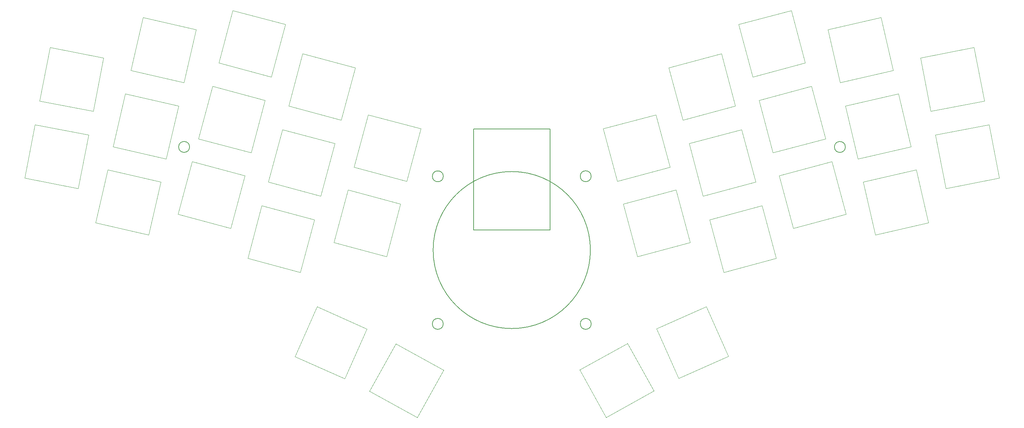
<source format=gbr>
G04 #@! TF.GenerationSoftware,KiCad,Pcbnew,7.0.2-0*
G04 #@! TF.CreationDate,2023-09-16T16:42:04+01:00*
G04 #@! TF.ProjectId,buteo-mx,62757465-6f2d-46d7-982e-6b696361645f,0.0.1*
G04 #@! TF.SameCoordinates,Original*
G04 #@! TF.FileFunction,Other,User*
%FSLAX46Y46*%
G04 Gerber Fmt 4.6, Leading zero omitted, Abs format (unit mm)*
G04 Created by KiCad (PCBNEW 7.0.2-0) date 2023-09-16 16:42:04*
%MOMM*%
%LPD*%
G01*
G04 APERTURE LIST*
%ADD10C,0.150000*%
%ADD11C,0.200000*%
%ADD12C,0.120000*%
G04 APERTURE END LIST*
D10*
X66215000Y-75810000D02*
G75*
G03*
X66215000Y-75810000I-1400000J0D01*
G01*
X234685000Y-75820000D02*
G75*
G03*
X234685000Y-75820000I-1400000J0D01*
G01*
D11*
X169189279Y-102349035D02*
G75*
G03*
X169189279Y-102349035I-20200000J0D01*
G01*
D10*
X169385001Y-83350001D02*
G75*
G03*
X169385001Y-83350001I-1400001J0D01*
G01*
X131385001Y-121349999D02*
G75*
G03*
X131385001Y-121349999I-1400001J0D01*
G01*
X139155000Y-71210000D02*
X158830000Y-71210000D01*
X158830000Y-97215000D01*
X139155000Y-97215000D01*
X139155000Y-71210000D01*
X131395000Y-83370000D02*
G75*
G03*
X131395000Y-83370000I-1400000J0D01*
G01*
X169395000Y-121350000D02*
G75*
G03*
X169395000Y-121350000I-1400000J0D01*
G01*
D12*
X72097277Y-60179898D02*
X85620238Y-63803365D01*
X85620238Y-63803365D02*
X81996771Y-77326326D01*
X81996771Y-77326326D02*
X68473810Y-73702859D01*
X68473810Y-73702859D02*
X72097277Y-60179898D01*
X207247367Y-44298424D02*
X220770328Y-40674957D01*
X220770328Y-40674957D02*
X224393795Y-54197918D01*
X224393795Y-54197918D02*
X210870834Y-57821385D01*
X210870834Y-57821385D02*
X207247367Y-44298424D01*
X66897244Y-79586701D02*
X80420205Y-83210168D01*
X80420205Y-83210168D02*
X76796738Y-96733129D01*
X76796738Y-96733129D02*
X63273777Y-93109662D01*
X63273777Y-93109662D02*
X66897244Y-79586701D01*
X212473704Y-63803365D02*
X225996665Y-60179898D01*
X225996665Y-60179898D02*
X229620132Y-73702859D01*
X229620132Y-73702859D02*
X216097171Y-77326326D01*
X216097171Y-77326326D02*
X212473704Y-63803365D01*
X95279878Y-51779149D02*
X108802839Y-55402616D01*
X108802839Y-55402616D02*
X105179372Y-68925577D01*
X105179372Y-68925577D02*
X91656411Y-65302110D01*
X91656411Y-65302110D02*
X95279878Y-51779149D01*
X112101413Y-67507058D02*
X125624374Y-71130525D01*
X125624374Y-71130525D02*
X122000907Y-84653486D01*
X122000907Y-84653486D02*
X108477946Y-81030019D01*
X108477946Y-81030019D02*
X112101413Y-67507058D01*
X230189108Y-45613606D02*
X243830289Y-42464291D01*
X243830289Y-42464291D02*
X246979604Y-56105472D01*
X246979604Y-56105472D02*
X233338423Y-59254787D01*
X233338423Y-59254787D02*
X230189108Y-45613606D01*
X257835829Y-72749782D02*
X271578609Y-70078456D01*
X271578609Y-70078456D02*
X274249935Y-83821236D01*
X274249935Y-83821236D02*
X260507155Y-86492562D01*
X260507155Y-86492562D02*
X257835829Y-72749782D01*
X177662032Y-90512792D02*
X191184993Y-86889325D01*
X191184993Y-86889325D02*
X194808460Y-100412286D01*
X194808460Y-100412286D02*
X181285499Y-104035753D01*
X181285499Y-104035753D02*
X177662032Y-90512792D01*
X189291101Y-55402616D02*
X202814062Y-51779149D01*
X202814062Y-51779149D02*
X206437529Y-65302110D01*
X206437529Y-65302110D02*
X192914568Y-68925577D01*
X192914568Y-68925577D02*
X189291101Y-55402616D01*
X77322615Y-40674962D02*
X90845576Y-44298429D01*
X90845576Y-44298429D02*
X87222109Y-57821390D01*
X87222109Y-57821390D02*
X73699148Y-54197923D01*
X73699148Y-54197923D02*
X77322615Y-40674962D01*
X234721525Y-65245660D02*
X248362706Y-62096345D01*
X248362706Y-62096345D02*
X251512021Y-75737526D01*
X251512021Y-75737526D02*
X237870840Y-78886841D01*
X237870840Y-78886841D02*
X234721525Y-65245660D01*
X194528565Y-74949093D02*
X208051526Y-71325626D01*
X208051526Y-71325626D02*
X211674993Y-84848587D01*
X211674993Y-84848587D02*
X198152032Y-88472054D01*
X198152032Y-88472054D02*
X194528565Y-74949093D01*
X199787768Y-94576702D02*
X213310729Y-90953235D01*
X213310729Y-90953235D02*
X216934196Y-104476196D01*
X216934196Y-104476196D02*
X203411235Y-108099663D01*
X203411235Y-108099663D02*
X199787768Y-94576702D01*
X106908950Y-86889319D02*
X120431911Y-90512786D01*
X120431911Y-90512786D02*
X116808444Y-104035747D01*
X116808444Y-104035747D02*
X103285483Y-100412280D01*
X103285483Y-100412280D02*
X106908950Y-86889319D01*
X45217369Y-81648054D02*
X58858550Y-84797369D01*
X58858550Y-84797369D02*
X55709235Y-98438550D01*
X55709235Y-98438550D02*
X42068054Y-95289235D01*
X42068054Y-95289235D02*
X45217369Y-81648054D01*
X49731237Y-62096344D02*
X63372418Y-65245659D01*
X63372418Y-65245659D02*
X60223103Y-78886840D01*
X60223103Y-78886840D02*
X46581922Y-75737525D01*
X46581922Y-75737525D02*
X49731237Y-62096344D01*
X217673738Y-83210168D02*
X231196699Y-79586701D01*
X231196699Y-79586701D02*
X234820166Y-93109662D01*
X234820166Y-93109662D02*
X221297205Y-96733129D01*
X221297205Y-96733129D02*
X217673738Y-83210168D01*
X26515331Y-70078453D02*
X40258111Y-72749779D01*
X40258111Y-72749779D02*
X37586785Y-86492559D01*
X37586785Y-86492559D02*
X23844005Y-83821233D01*
X23844005Y-83821233D02*
X26515331Y-70078453D01*
X239235394Y-84797369D02*
X252876575Y-81648054D01*
X252876575Y-81648054D02*
X256025890Y-95289235D01*
X256025890Y-95289235D02*
X242384709Y-98438550D01*
X242384709Y-98438550D02*
X239235394Y-84797369D01*
X253977478Y-52900280D02*
X267720258Y-50228954D01*
X267720258Y-50228954D02*
X270391584Y-63971734D01*
X270391584Y-63971734D02*
X256648804Y-66643060D01*
X256648804Y-66643060D02*
X253977478Y-52900280D01*
X30373687Y-50228949D02*
X44116467Y-52900275D01*
X44116467Y-52900275D02*
X41445141Y-66643055D01*
X41445141Y-66643055D02*
X27702361Y-63971729D01*
X27702361Y-63971729D02*
X30373687Y-50228949D01*
X172467564Y-71130525D02*
X185990525Y-67507058D01*
X185990525Y-67507058D02*
X189613992Y-81030019D01*
X189613992Y-81030019D02*
X176091031Y-84653486D01*
X176091031Y-84653486D02*
X172467564Y-71130525D01*
X84783219Y-90953239D02*
X98306180Y-94576706D01*
X98306180Y-94576706D02*
X94682713Y-108099667D01*
X94682713Y-108099667D02*
X81159752Y-104476200D01*
X81159752Y-104476200D02*
X84783219Y-90953239D01*
X106064654Y-135431805D02*
X93275017Y-129737492D01*
X93275017Y-129737492D02*
X98969330Y-116947855D01*
X98969330Y-116947855D02*
X111758967Y-122642168D01*
X111758967Y-122642168D02*
X106064654Y-135431805D01*
X90042419Y-71325624D02*
X103565380Y-74949091D01*
X103565380Y-74949091D02*
X99941913Y-88472052D01*
X99941913Y-88472052D02*
X86418952Y-84848585D01*
X86418952Y-84848585D02*
X90042419Y-71325624D01*
X204643945Y-129676969D02*
X191854308Y-135371282D01*
X191854308Y-135371282D02*
X186159995Y-122581645D01*
X186159995Y-122581645D02*
X198949632Y-116887332D01*
X198949632Y-116887332D02*
X204643945Y-129676969D01*
X124678087Y-145467146D02*
X112433411Y-138679812D01*
X112433411Y-138679812D02*
X119220745Y-126435136D01*
X119220745Y-126435136D02*
X131465421Y-133222470D01*
X131465421Y-133222470D02*
X124678087Y-145467146D01*
X54263651Y-42464295D02*
X67904832Y-45613610D01*
X67904832Y-45613610D02*
X64755517Y-59254791D01*
X64755517Y-59254791D02*
X51114336Y-56105476D01*
X51114336Y-56105476D02*
X54263651Y-42464295D01*
X185485553Y-138619299D02*
X173240877Y-145406633D01*
X173240877Y-145406633D02*
X166453543Y-133161957D01*
X166453543Y-133161957D02*
X178698219Y-126374623D01*
X178698219Y-126374623D02*
X185485553Y-138619299D01*
M02*

</source>
